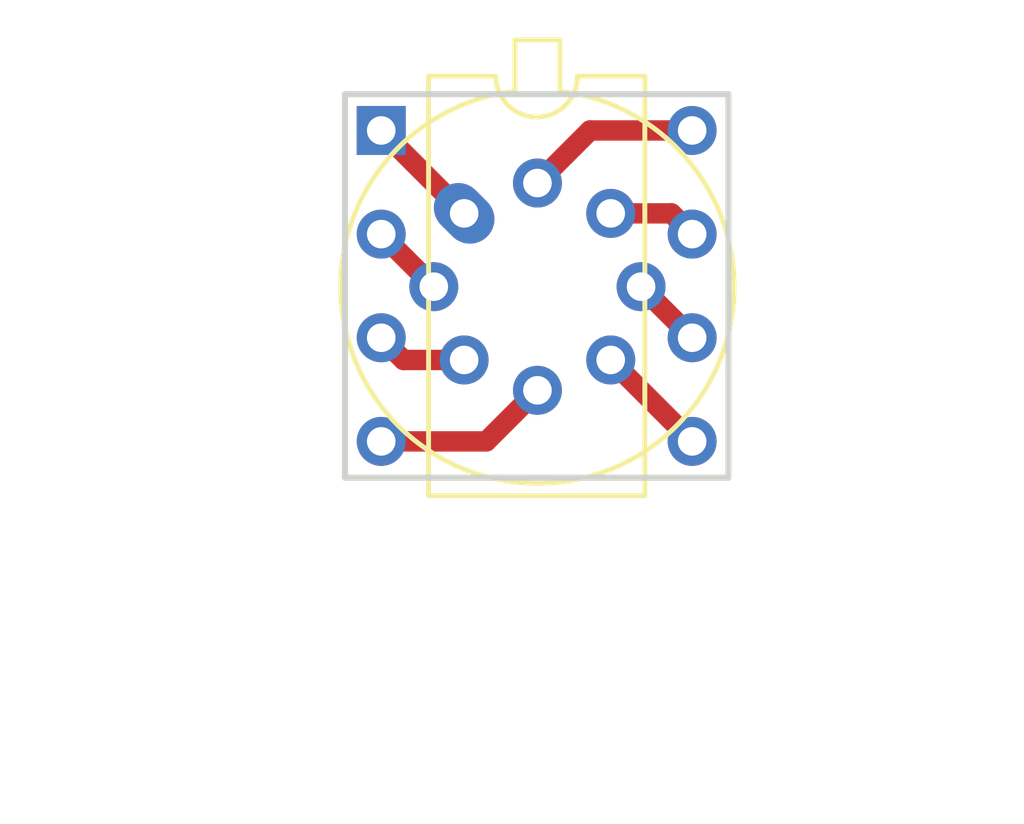
<source format=kicad_pcb>
(kicad_pcb (version 4) (host pcbnew 4.0.7)

  (general
    (links 8)
    (no_connects 0)
    (area 15.79954 14.890693 41.116335 35.417563)
    (thickness 1.6)
    (drawings 4)
    (tracks 13)
    (zones 0)
    (modules 2)
    (nets 9)
  )

  (page A4)
  (layers
    (0 F.Cu signal)
    (31 B.Cu signal)
    (32 B.Adhes user)
    (33 F.Adhes user)
    (34 B.Paste user)
    (35 F.Paste user)
    (36 B.SilkS user)
    (37 F.SilkS user)
    (38 B.Mask user)
    (39 F.Mask user)
    (40 Dwgs.User user)
    (41 Cmts.User user)
    (42 Eco1.User user)
    (43 Eco2.User user)
    (44 Edge.Cuts user)
    (45 Margin user)
    (46 B.CrtYd user)
    (47 F.CrtYd user)
    (48 B.Fab user)
    (49 F.Fab user)
  )

  (setup
    (last_trace_width 0.5)
    (trace_clearance 0.2)
    (zone_clearance 0.508)
    (zone_45_only no)
    (trace_min 0.2)
    (segment_width 0.2)
    (edge_width 0.15)
    (via_size 0.6)
    (via_drill 0.4)
    (via_min_size 0.4)
    (via_min_drill 0.3)
    (uvia_size 0.3)
    (uvia_drill 0.1)
    (uvias_allowed no)
    (uvia_min_size 0.2)
    (uvia_min_drill 0.1)
    (pcb_text_width 0.3)
    (pcb_text_size 1.5 1.5)
    (mod_edge_width 0.15)
    (mod_text_size 1 1)
    (mod_text_width 0.15)
    (pad_size 1.2 1.2)
    (pad_drill 0.7)
    (pad_to_mask_clearance 0.2)
    (aux_axis_origin 0 0)
    (visible_elements FFFFFFFF)
    (pcbplotparams
      (layerselection 0x00030_00000000)
      (usegerberextensions false)
      (excludeedgelayer true)
      (linewidth 0.100000)
      (plotframeref false)
      (viasonmask false)
      (mode 1)
      (useauxorigin false)
      (hpglpennumber 1)
      (hpglpenspeed 20)
      (hpglpendiameter 15)
      (hpglpenoverlay 2)
      (psnegative false)
      (psa4output false)
      (plotreference false)
      (plotvalue false)
      (plotinvisibletext false)
      (padsonsilk false)
      (subtractmaskfromsilk true)
      (outputformat 1)
      (mirror false)
      (drillshape 0)
      (scaleselection 1)
      (outputdirectory ""))
  )

  (net 0 "")
  (net 1 "Net-(J101-Pad1)")
  (net 2 "Net-(J101-Pad2)")
  (net 3 "Net-(J101-Pad3)")
  (net 4 "Net-(J101-Pad4)")
  (net 5 "Net-(J101-Pad5)")
  (net 6 "Net-(J101-Pad6)")
  (net 7 "Net-(J101-Pad7)")
  (net 8 "Net-(J101-Pad8)")

  (net_class Default "This is the default net class."
    (clearance 0.2)
    (trace_width 0.5)
    (via_dia 0.6)
    (via_drill 0.4)
    (uvia_dia 0.3)
    (uvia_drill 0.1)
    (add_net "Net-(J101-Pad1)")
    (add_net "Net-(J101-Pad2)")
    (add_net "Net-(J101-Pad3)")
    (add_net "Net-(J101-Pad4)")
    (add_net "Net-(J101-Pad5)")
    (add_net "Net-(J101-Pad6)")
    (add_net "Net-(J101-Pad7)")
    (add_net "Net-(J101-Pad8)")
  )

  (module Housings_DIP:DIP-8_W7.62mm (layer F.Cu) (tedit 5B5548D0) (tstamp 5B5542F5)
    (at 25.273 18.288)
    (descr "8-lead though-hole mounted DIP package, row spacing 7.62 mm (300 mils)")
    (tags "THT DIP DIL PDIP 2.54mm 7.62mm 300mil")
    (path /5B554234)
    (fp_text reference J102 (at 3.81 -2.33) (layer F.SilkS) hide
      (effects (font (size 1 1) (thickness 0.15)))
    )
    (fp_text value Conn_02x04_Counter_Clockwise (at 3.81 9.95) (layer F.Fab)
      (effects (font (size 1 1) (thickness 0.15)))
    )
    (fp_arc (start 3.81 -1.33) (end 2.81 -1.33) (angle -180) (layer F.SilkS) (width 0.12))
    (fp_line (start 1.635 -1.27) (end 6.985 -1.27) (layer F.Fab) (width 0.1))
    (fp_line (start 6.985 -1.27) (end 6.985 8.89) (layer F.Fab) (width 0.1))
    (fp_line (start 6.985 8.89) (end 0.635 8.89) (layer F.Fab) (width 0.1))
    (fp_line (start 0.635 8.89) (end 0.635 -0.27) (layer F.Fab) (width 0.1))
    (fp_line (start 0.635 -0.27) (end 1.635 -1.27) (layer F.Fab) (width 0.1))
    (fp_line (start 2.81 -1.33) (end 1.16 -1.33) (layer F.SilkS) (width 0.12))
    (fp_line (start 1.16 -1.33) (end 1.16 8.95) (layer F.SilkS) (width 0.12))
    (fp_line (start 1.16 8.95) (end 6.46 8.95) (layer F.SilkS) (width 0.12))
    (fp_line (start 6.46 8.95) (end 6.46 -1.33) (layer F.SilkS) (width 0.12))
    (fp_line (start 6.46 -1.33) (end 4.81 -1.33) (layer F.SilkS) (width 0.12))
    (fp_line (start -1.1 -1.55) (end -1.1 9.15) (layer F.CrtYd) (width 0.05))
    (fp_line (start -1.1 9.15) (end 8.7 9.15) (layer F.CrtYd) (width 0.05))
    (fp_line (start 8.7 9.15) (end 8.7 -1.55) (layer F.CrtYd) (width 0.05))
    (fp_line (start 8.7 -1.55) (end -1.1 -1.55) (layer F.CrtYd) (width 0.05))
    (fp_text user %R (at 3.81 3.81) (layer F.Fab)
      (effects (font (size 1 1) (thickness 0.15)))
    )
    (pad 1 thru_hole rect (at 0 0) (size 1.2 1.2) (drill 0.7) (layers *.Cu *.Mask)
      (net 1 "Net-(J101-Pad1)"))
    (pad 5 thru_hole oval (at 7.62 7.62) (size 1.2 1.2) (drill 0.7) (layers *.Cu *.Mask)
      (net 5 "Net-(J101-Pad5)"))
    (pad 2 thru_hole oval (at 0 2.54) (size 1.2 1.2) (drill 0.7) (layers *.Cu *.Mask)
      (net 2 "Net-(J101-Pad2)"))
    (pad 6 thru_hole oval (at 7.62 5.08) (size 1.2 1.2) (drill 0.7) (layers *.Cu *.Mask)
      (net 6 "Net-(J101-Pad6)"))
    (pad 3 thru_hole oval (at 0 5.08) (size 1.2 1.2) (drill 0.7) (layers *.Cu *.Mask)
      (net 3 "Net-(J101-Pad3)"))
    (pad 7 thru_hole oval (at 7.62 2.54) (size 1.2 1.2) (drill 0.7) (layers *.Cu *.Mask)
      (net 7 "Net-(J101-Pad7)"))
    (pad 4 thru_hole oval (at 0 7.62) (size 1.2 1.2) (drill 0.7) (layers *.Cu *.Mask)
      (net 4 "Net-(J101-Pad4)"))
    (pad 8 thru_hole oval (at 7.62 0) (size 1.2 1.2) (drill 0.7) (layers *.Cu *.Mask)
      (net 8 "Net-(J101-Pad8)"))
    (model ${KISYS3DMOD}/Housings_DIP.3dshapes/DIP-8_W7.62mm.wrl
      (at (xyz 0 0 0))
      (scale (xyz 1 1 1))
      (rotate (xyz 0 0 0))
    )
  )

  (module TO_SOT_Packages_THT:TO-5-8_PD5.08 (layer F.Cu) (tedit 5B5548BC) (tstamp 5B5542D9)
    (at 27.305 20.32 315)
    (descr TO-5-8_PD5.08)
    (tags TO-5-8_PD5.08)
    (path /5B554218)
    (fp_text reference J101 (at 5.028943 -7.36381 315) (layer F.SilkS) hide
      (effects (font (size 1 1) (thickness 0.15)))
    )
    (fp_text value Conn_02x04_Counter_Clockwise (at 2.54 5.82 315) (layer F.Fab)
      (effects (font (size 1 1) (thickness 0.15)))
    )
    (fp_text user %R (at 2.54 -5.82 315) (layer F.Fab)
      (effects (font (size 1 1) (thickness 0.15)))
    )
    (fp_line (start -0.465408 -3.61352) (end -1.27151 -4.419621) (layer F.Fab) (width 0.1))
    (fp_line (start -1.27151 -4.419621) (end -1.879621 -3.81151) (layer F.Fab) (width 0.1))
    (fp_line (start -1.879621 -3.81151) (end -1.07352 -3.005408) (layer F.Fab) (width 0.1))
    (fp_line (start -0.457084 -3.774902) (end -1.348039 -4.665856) (layer F.SilkS) (width 0.12))
    (fp_line (start -1.348039 -4.665856) (end -2.125856 -3.888039) (layer F.SilkS) (width 0.12))
    (fp_line (start -2.125856 -3.888039) (end -1.234902 -2.997084) (layer F.SilkS) (width 0.12))
    (fp_line (start -2.41 -4.95) (end -2.41 4.95) (layer F.CrtYd) (width 0.05))
    (fp_line (start -2.41 4.95) (end 7.49 4.95) (layer F.CrtYd) (width 0.05))
    (fp_line (start 7.49 4.95) (end 7.49 -4.95) (layer F.CrtYd) (width 0.05))
    (fp_line (start 7.49 -4.95) (end -2.41 -4.95) (layer F.CrtYd) (width 0.05))
    (fp_circle (center 2.54 0) (end 6.79 0) (layer F.Fab) (width 0.1))
    (fp_arc (start 2.54 0) (end -0.465408 -3.61352) (angle 349.5) (layer F.Fab) (width 0.1))
    (fp_arc (start 2.54 0) (end -0.457084 -3.774902) (angle 346.9) (layer F.SilkS) (width 0.12))
    (pad 1 thru_hole oval (at 0 0 315) (size 1.6 1.2) (drill 0.7) (layers *.Cu *.Mask)
      (net 1 "Net-(J101-Pad1)"))
    (pad 2 thru_hole oval (at 0.743949 1.796051 315) (size 1.2 1.2) (drill 0.7) (layers *.Cu *.Mask)
      (net 2 "Net-(J101-Pad2)"))
    (pad 3 thru_hole oval (at 2.54 2.54 315) (size 1.2 1.2) (drill 0.7) (layers *.Cu *.Mask)
      (net 3 "Net-(J101-Pad3)"))
    (pad 4 thru_hole oval (at 4.336051 1.796051 315) (size 1.2 1.2) (drill 0.7) (layers *.Cu *.Mask)
      (net 4 "Net-(J101-Pad4)"))
    (pad 5 thru_hole oval (at 5.08 0 315) (size 1.2 1.2) (drill 0.7) (layers *.Cu *.Mask)
      (net 5 "Net-(J101-Pad5)"))
    (pad 6 thru_hole oval (at 4.336051 -1.796051 315) (size 1.2 1.2) (drill 0.7) (layers *.Cu *.Mask)
      (net 6 "Net-(J101-Pad6)"))
    (pad 7 thru_hole oval (at 2.54 -2.54 315) (size 1.2 1.2) (drill 0.7) (layers *.Cu *.Mask)
      (net 7 "Net-(J101-Pad7)"))
    (pad 8 thru_hole oval (at 0.743949 -1.796051 315) (size 1.2 1.2) (drill 0.7) (layers *.Cu *.Mask)
      (net 8 "Net-(J101-Pad8)"))
    (model ${KISYS3DMOD}/TO_SOT_Packages_THT.3dshapes/TO-5-8_PD5.08.wrl
      (at (xyz 0 0 0))
      (scale (xyz 0.393701 0.393701 0.393701))
      (rotate (xyz 0 0 0))
    )
  )

  (gr_line (start 24.384 26.797) (end 24.384 17.399) (angle 90) (layer Edge.Cuts) (width 0.15))
  (gr_line (start 33.782 26.797) (end 24.384 26.797) (angle 90) (layer Edge.Cuts) (width 0.15))
  (gr_line (start 33.782 17.399) (end 33.782 26.797) (angle 90) (layer Edge.Cuts) (width 0.15))
  (gr_line (start 24.384 17.399) (end 33.782 17.399) (angle 90) (layer Edge.Cuts) (width 0.15))

  (segment (start 25.273 18.288) (end 27.305 20.32) (width 0.5) (layer F.Cu) (net 1))
  (segment (start 25.273 20.828) (end 25.273001 20.828) (width 0.5) (layer F.Cu) (net 2))
  (segment (start 25.273001 20.828) (end 26.561052 22.116051) (width 0.5) (layer F.Cu) (net 2) (tstamp 5B5544E8))
  (segment (start 27.305 23.912102) (end 25.817102 23.912102) (width 0.5) (layer F.Cu) (net 3))
  (segment (start 25.817102 23.912102) (end 25.273 23.368) (width 0.5) (layer F.Cu) (net 3) (tstamp 5B5544E2))
  (segment (start 25.273 25.908) (end 27.849102 25.908) (width 0.5) (layer F.Cu) (net 4))
  (segment (start 27.849102 25.908) (end 29.101051 24.656051) (width 0.5) (layer F.Cu) (net 4) (tstamp 5B5544D9))
  (segment (start 30.897102 23.912102) (end 32.893 25.908) (width 0.5) (layer F.Cu) (net 5))
  (segment (start 31.641051 22.116051) (end 32.893 23.368) (width 0.5) (layer F.Cu) (net 6))
  (segment (start 30.897102 20.32) (end 32.385 20.32) (width 0.5) (layer F.Cu) (net 7))
  (segment (start 32.385 20.32) (end 32.893 20.828) (width 0.5) (layer F.Cu) (net 7) (tstamp 5B5544DE))
  (segment (start 32.893 18.288) (end 30.389103 18.288) (width 0.5) (layer F.Cu) (net 8))
  (segment (start 30.389103 18.288) (end 29.101051 19.576052) (width 0.5) (layer F.Cu) (net 8) (tstamp 5B5544D6))

)

</source>
